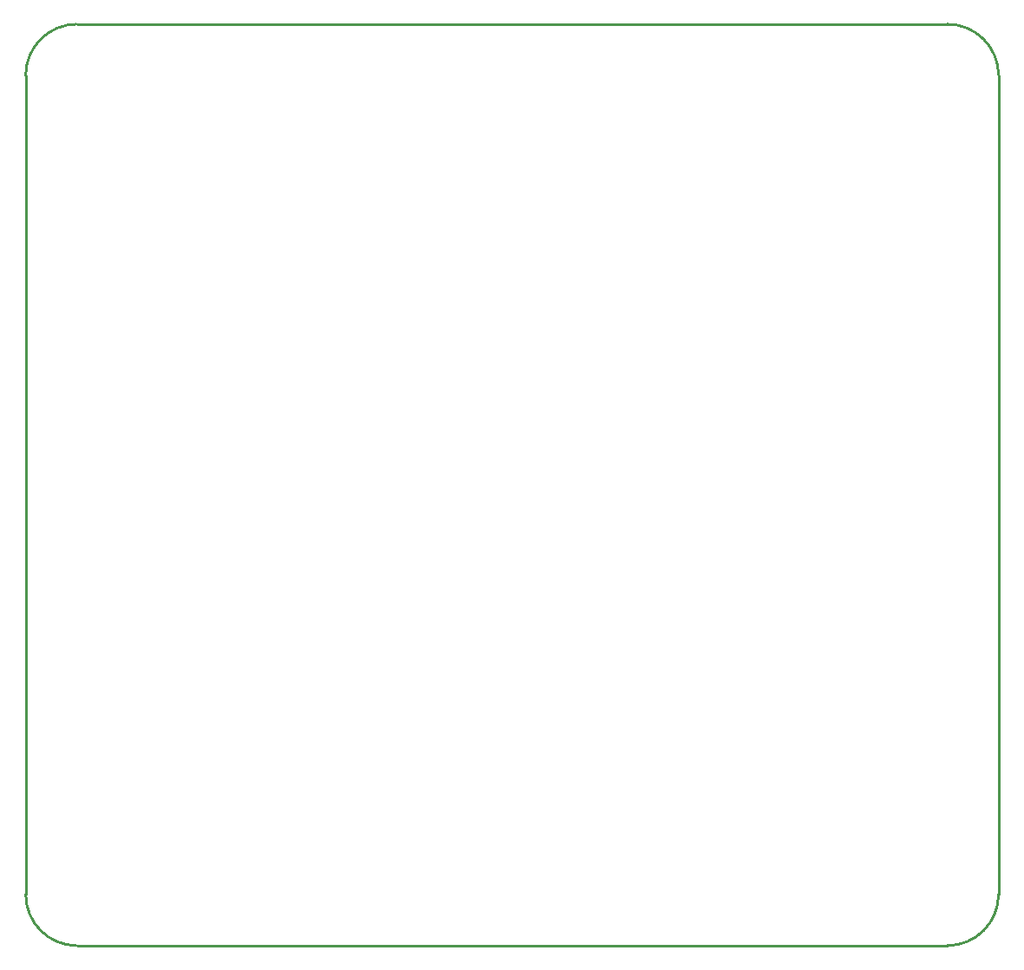
<source format=gm1>
G04*
G04 #@! TF.GenerationSoftware,Altium Limited,Altium Designer,24.4.1 (13)*
G04*
G04 Layer_Color=16711935*
%FSLAX44Y44*%
%MOMM*%
G71*
G04*
G04 #@! TF.SameCoordinates,A59C2C85-A93C-4369-95B1-CFFD4854EA8D*
G04*
G04*
G04 #@! TF.FilePolarity,Positive*
G04*
G01*
G75*
%ADD15C,0.2540*%
D15*
X50000Y900000D02*
G03*
X0Y850000I0J-50000D01*
G01*
X950000D02*
G03*
X900000Y900000I-50000J0D01*
G01*
Y0D02*
G03*
X950000Y50000I0J50000D01*
G01*
X0D02*
G03*
X50000Y0I50000J0D01*
G01*
X900000D01*
X0Y50000D02*
Y850000D01*
X950000Y50000D02*
Y850000D01*
X50000Y900000D02*
X900000D01*
M02*

</source>
